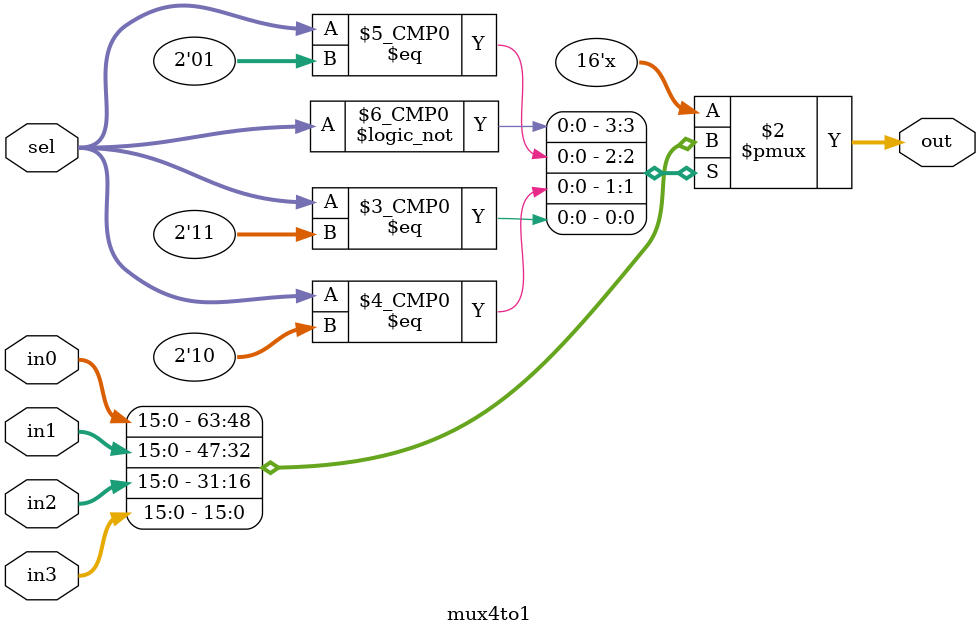
<source format=v>
module mux4to1 #(parameter WIDTH = 16) (
    input [1:0] sel,
    input [WIDTH-1:0] in0, in1, in2, in3,
    output reg [WIDTH-1:0] out
);
    always @(*) begin
        case(sel)
            2'b00: out = in0;
            2'b01: out = in1;
            2'b10: out = in2;
            2'b11: out = in3;
            default: out = {WIDTH{1'bx}};
        endcase
    end
endmodule

</source>
